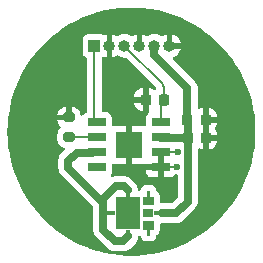
<source format=gtl>
%TF.GenerationSoftware,KiCad,Pcbnew,8.0.1*%
%TF.CreationDate,2024-09-25T11:56:53+02:00*%
%TF.ProjectId,dot_projector,646f745f-7072-46f6-9a65-63746f722e6b,rev?*%
%TF.SameCoordinates,Original*%
%TF.FileFunction,Copper,L1,Top*%
%TF.FilePolarity,Positive*%
%FSLAX46Y46*%
G04 Gerber Fmt 4.6, Leading zero omitted, Abs format (unit mm)*
G04 Created by KiCad (PCBNEW 8.0.1) date 2024-09-25 11:56:53*
%MOMM*%
%LPD*%
G01*
G04 APERTURE LIST*
G04 Aperture macros list*
%AMRoundRect*
0 Rectangle with rounded corners*
0 $1 Rounding radius*
0 $2 $3 $4 $5 $6 $7 $8 $9 X,Y pos of 4 corners*
0 Add a 4 corners polygon primitive as box body*
4,1,4,$2,$3,$4,$5,$6,$7,$8,$9,$2,$3,0*
0 Add four circle primitives for the rounded corners*
1,1,$1+$1,$2,$3*
1,1,$1+$1,$4,$5*
1,1,$1+$1,$6,$7*
1,1,$1+$1,$8,$9*
0 Add four rect primitives between the rounded corners*
20,1,$1+$1,$2,$3,$4,$5,0*
20,1,$1+$1,$4,$5,$6,$7,0*
20,1,$1+$1,$6,$7,$8,$9,0*
20,1,$1+$1,$8,$9,$2,$3,0*%
G04 Aperture macros list end*
%TA.AperFunction,SMDPad,CuDef*%
%ADD10R,0.750000X0.300000*%
%TD*%
%TA.AperFunction,SMDPad,CuDef*%
%ADD11R,2.050000X2.800000*%
%TD*%
%TA.AperFunction,SMDPad,CuDef*%
%ADD12R,0.350000X0.510000*%
%TD*%
%TA.AperFunction,SMDPad,CuDef*%
%ADD13R,0.300000X0.500000*%
%TD*%
%TA.AperFunction,SMDPad,CuDef*%
%ADD14R,0.950000X0.750000*%
%TD*%
%TA.AperFunction,SMDPad,CuDef*%
%ADD15R,0.520000X0.310000*%
%TD*%
%TA.AperFunction,SMDPad,CuDef*%
%ADD16RoundRect,0.200000X0.275000X-0.200000X0.275000X0.200000X-0.275000X0.200000X-0.275000X-0.200000X0*%
%TD*%
%TA.AperFunction,SMDPad,CuDef*%
%ADD17RoundRect,0.225000X-0.225000X-0.250000X0.225000X-0.250000X0.225000X0.250000X-0.225000X0.250000X0*%
%TD*%
%TA.AperFunction,ComponentPad*%
%ADD18R,1.000000X1.000000*%
%TD*%
%TA.AperFunction,ComponentPad*%
%ADD19O,1.000000X1.000000*%
%TD*%
%TA.AperFunction,SMDPad,CuDef*%
%ADD20R,1.500000X0.700000*%
%TD*%
%TA.AperFunction,SMDPad,CuDef*%
%ADD21R,2.290000X2.290000*%
%TD*%
%TA.AperFunction,ViaPad*%
%ADD22C,0.600000*%
%TD*%
%TA.AperFunction,Conductor*%
%ADD23C,0.200000*%
%TD*%
%TA.AperFunction,Conductor*%
%ADD24C,0.700000*%
%TD*%
G04 APERTURE END LIST*
%TA.AperFunction,EtchedComponent*%
%TO.C,LD1*%
G36*
X135125000Y-67460000D02*
G01*
X136075000Y-67460000D01*
X136075000Y-68210000D01*
X135125000Y-68210000D01*
X135125000Y-67460000D01*
G37*
%TD.AperFunction*%
%TA.AperFunction,EtchedComponent*%
G36*
X135125000Y-69510000D02*
G01*
X136075000Y-69510000D01*
X136075000Y-70260000D01*
X135125000Y-70260000D01*
X135125000Y-69510000D01*
G37*
%TD.AperFunction*%
%TA.AperFunction,EtchedComponent*%
G36*
X135460000Y-66960000D02*
G01*
X135760000Y-66960000D01*
X135760000Y-67460000D01*
X135460000Y-67460000D01*
X135460000Y-66960000D01*
G37*
%TD.AperFunction*%
%TA.AperFunction,EtchedComponent*%
G36*
X135460000Y-70260000D02*
G01*
X135760000Y-70260000D01*
X135760000Y-70760000D01*
X135460000Y-70760000D01*
X135460000Y-70260000D01*
G37*
%TD.AperFunction*%
%TD*%
D10*
%TO.P,LD1,1,K*%
%TO.N,/LDK*%
X132460000Y-68830000D03*
D11*
X133850000Y-68860000D03*
D12*
X133855000Y-67205000D03*
D13*
X133870000Y-70510000D03*
D14*
%TO.P,LD1,2,A*%
%TO.N,+5VA*%
X135600000Y-68860000D03*
D15*
X136330000Y-68855000D03*
%TD*%
D16*
%TO.P,R1,1*%
%TO.N,Net-(IC1-AGND1)*%
X128880000Y-62415000D03*
%TO.P,R1,2*%
%TO.N,GND*%
X128880000Y-60765000D03*
%TD*%
D17*
%TO.P,C3,1*%
%TO.N,GND*%
X135365000Y-59250000D03*
%TO.P,C3,2*%
%TO.N,VCI*%
X136915000Y-59250000D03*
%TD*%
%TO.P,C2,1*%
%TO.N,+5VA*%
X138915000Y-60960000D03*
%TO.P,C2,2*%
%TO.N,GND*%
X140465000Y-60960000D03*
%TD*%
D18*
%TO.P,J1,1,Pin_1*%
%TO.N,EN1*%
X131040000Y-54690000D03*
D19*
%TO.P,J1,2,Pin_2*%
%TO.N,GND*%
X132310000Y-54690000D03*
%TO.P,J1,3,Pin_3*%
%TO.N,VCI*%
X133580000Y-54690000D03*
%TO.P,J1,4,Pin_4*%
%TO.N,GND*%
X134850000Y-54690000D03*
%TO.P,J1,5,Pin_5*%
%TO.N,+5VA*%
X136120000Y-54690000D03*
%TO.P,J1,6,Pin_6*%
%TO.N,GND*%
X137390000Y-54690000D03*
%TD*%
D20*
%TO.P,IC1,1,EN1*%
%TO.N,EN1*%
X131240000Y-61185000D03*
%TO.P,IC1,2,AGND1*%
%TO.N,Net-(IC1-AGND1)*%
X131240000Y-62455000D03*
%TO.P,IC1,3,LDK*%
%TO.N,/LDK*%
X131240000Y-63725000D03*
%TO.P,IC1,4,AGND2*%
%TO.N,unconnected-(IC1-AGND2-Pad4)*%
X131240000Y-64995000D03*
%TO.P,IC1,5,EN2*%
%TO.N,GND*%
X136640000Y-64995000D03*
%TO.P,IC1,6,GND_1*%
X136640000Y-63725000D03*
%TO.P,IC1,7,VDD*%
%TO.N,+5VA*%
X136640000Y-62455000D03*
%TO.P,IC1,8,CI*%
%TO.N,VCI*%
X136640000Y-61185000D03*
D21*
%TO.P,IC1,9,GND_2*%
%TO.N,GND*%
X133940000Y-63090000D03*
%TD*%
D17*
%TO.P,C1,1*%
%TO.N,+5VA*%
X138920000Y-62480000D03*
%TO.P,C1,2*%
%TO.N,GND*%
X140470000Y-62480000D03*
%TD*%
D22*
%TO.N,GND*%
X138050000Y-64970000D03*
X138070000Y-63710000D03*
X134180000Y-52930000D03*
X127070000Y-65080000D03*
X129590000Y-58430000D03*
X141100000Y-64940000D03*
X137290000Y-66540000D03*
X134320000Y-65260000D03*
X132850000Y-59390000D03*
X134730000Y-57560000D03*
X132620000Y-56550000D03*
X139820000Y-55270000D03*
X142110000Y-58200000D03*
X142610000Y-62420000D03*
X141140000Y-67190000D03*
X137430000Y-70170000D03*
X129370000Y-69390000D03*
X127070000Y-67190000D03*
X125700000Y-63790000D03*
X125520000Y-60910000D03*
X126750000Y-57880000D03*
X128590000Y-55680000D03*
%TD*%
D23*
%TO.N,GND*%
X138025000Y-64995000D02*
X138050000Y-64970000D01*
X136640000Y-64995000D02*
X138025000Y-64995000D01*
X138055000Y-63725000D02*
X138070000Y-63710000D01*
X136640000Y-63725000D02*
X138055000Y-63725000D01*
D24*
%TO.N,+5VA*%
X136120000Y-54690000D02*
X136120000Y-55470000D01*
X136120000Y-55470000D02*
X138915000Y-58265000D01*
X138915000Y-58265000D02*
X138915000Y-60960000D01*
%TO.N,/LDK*%
X131240000Y-63725000D02*
X130840000Y-63725000D01*
X130840000Y-63725000D02*
X130835000Y-63730000D01*
X129530000Y-63730000D02*
X128820000Y-64440000D01*
X130835000Y-63730000D02*
X129530000Y-63730000D01*
X131790000Y-70250000D02*
X132750000Y-71210000D01*
X128820000Y-64440000D02*
X128820000Y-65000000D01*
X128820000Y-65000000D02*
X131790000Y-67970000D01*
X131790000Y-67970000D02*
X131790000Y-70250000D01*
X132750000Y-71210000D02*
X133480000Y-71210000D01*
X133480000Y-71210000D02*
X133880000Y-70810000D01*
X133855000Y-66905000D02*
X133540000Y-66590000D01*
X132840000Y-66590000D02*
X131625000Y-67805000D01*
X133540000Y-66590000D02*
X132840000Y-66590000D01*
%TO.N,+5VA*%
X137570000Y-68860000D02*
X136780000Y-68860000D01*
X137960000Y-68850000D02*
X137580000Y-68850000D01*
X137580000Y-68850000D02*
X137570000Y-68860000D01*
X138920000Y-62480000D02*
X138920000Y-67890000D01*
X138920000Y-67890000D02*
X137960000Y-68850000D01*
X138920000Y-62480000D02*
X136665000Y-62480000D01*
X136665000Y-62480000D02*
X136640000Y-62455000D01*
X138920000Y-62480000D02*
X138920000Y-60965000D01*
X138920000Y-60965000D02*
X138915000Y-60960000D01*
D23*
%TO.N,VCI*%
X136640000Y-61185000D02*
X136640000Y-59525000D01*
X136640000Y-59525000D02*
X136915000Y-59250000D01*
X136860000Y-57970000D02*
X136860000Y-58100000D01*
X136860000Y-58100000D02*
X136915000Y-58155000D01*
X133580000Y-54690000D02*
X136860000Y-57970000D01*
X136915000Y-58155000D02*
X136915000Y-59250000D01*
%TO.N,Net-(IC1-AGND1)*%
X131240000Y-62455000D02*
X128920000Y-62455000D01*
X128920000Y-62455000D02*
X128880000Y-62415000D01*
%TO.N,EN1*%
X131040000Y-54690000D02*
X131040000Y-60985000D01*
X131040000Y-60985000D02*
X131240000Y-61185000D01*
%TD*%
%TA.AperFunction,Conductor*%
%TO.N,GND*%
G36*
X132560000Y-55659159D02*
G01*
X132694534Y-55618349D01*
X132868259Y-55525492D01*
X132873320Y-55522111D01*
X132874444Y-55523793D01*
X132930203Y-55500086D01*
X132999075Y-55511851D01*
X133016186Y-55522843D01*
X133016399Y-55522526D01*
X133021457Y-55525906D01*
X133021462Y-55525910D01*
X133159594Y-55599743D01*
X133192524Y-55617345D01*
X133195273Y-55618814D01*
X133383868Y-55676024D01*
X133580000Y-55695341D01*
X133663745Y-55687092D01*
X133732389Y-55700110D01*
X133763579Y-55722814D01*
X136250527Y-58209762D01*
X136282621Y-58265352D01*
X136289429Y-58290762D01*
X136287765Y-58360612D01*
X136248602Y-58418474D01*
X136239885Y-58424716D01*
X136236952Y-58427035D01*
X136227324Y-58436663D01*
X136166000Y-58470146D01*
X136096308Y-58465159D01*
X136051965Y-58436660D01*
X136042732Y-58427427D01*
X136042728Y-58427424D01*
X135898492Y-58338457D01*
X135898481Y-58338452D01*
X135737606Y-58285144D01*
X135638322Y-58275000D01*
X135615000Y-58275000D01*
X135615000Y-60224999D01*
X135622847Y-60232846D01*
X135656332Y-60294169D01*
X135651348Y-60363861D01*
X135609478Y-60419793D01*
X135532452Y-60477455D01*
X135446206Y-60592664D01*
X135446202Y-60592671D01*
X135395908Y-60727517D01*
X135389501Y-60787116D01*
X135389501Y-60787123D01*
X135389500Y-60787135D01*
X135389500Y-61346331D01*
X135369815Y-61413370D01*
X135317011Y-61459125D01*
X135247853Y-61469069D01*
X135222167Y-61462513D01*
X135192380Y-61451403D01*
X135192372Y-61451401D01*
X135132844Y-61445000D01*
X134190000Y-61445000D01*
X134190000Y-64735000D01*
X135132828Y-64735000D01*
X135132844Y-64734999D01*
X135192372Y-64728598D01*
X135192376Y-64728597D01*
X135249702Y-64707216D01*
X135319394Y-64702232D01*
X135380717Y-64735716D01*
X135380717Y-64735717D01*
X135390000Y-64745000D01*
X136390000Y-64745000D01*
X136390000Y-63599000D01*
X136409685Y-63531961D01*
X136462489Y-63486206D01*
X136514000Y-63475000D01*
X136766000Y-63475000D01*
X136833039Y-63494685D01*
X136878794Y-63547489D01*
X136890000Y-63599000D01*
X136890000Y-65845000D01*
X137437828Y-65845000D01*
X137437844Y-65844999D01*
X137497372Y-65838598D01*
X137497379Y-65838596D01*
X137632086Y-65788354D01*
X137632093Y-65788350D01*
X137747187Y-65702190D01*
X137747190Y-65702187D01*
X137833350Y-65587093D01*
X137836668Y-65581018D01*
X137886074Y-65531613D01*
X137954347Y-65516762D01*
X138019811Y-65541179D01*
X138061682Y-65597113D01*
X138069500Y-65640446D01*
X138069500Y-67486349D01*
X138049815Y-67553388D01*
X138033181Y-67574030D01*
X137644030Y-67963181D01*
X137582707Y-67996666D01*
X137556349Y-67999500D01*
X137496232Y-67999500D01*
X137473783Y-68003965D01*
X137457938Y-68007117D01*
X137433748Y-68009500D01*
X136699500Y-68009500D01*
X136632461Y-67989815D01*
X136586706Y-67937011D01*
X136575500Y-67885500D01*
X136575500Y-67394110D01*
X136575500Y-67394108D01*
X136541392Y-67266814D01*
X136475500Y-67152686D01*
X136382314Y-67059500D01*
X136382312Y-67059499D01*
X136382310Y-67059497D01*
X136322500Y-67024966D01*
X136274284Y-66974399D01*
X136260500Y-66917579D01*
X136260500Y-66894110D01*
X136260500Y-66894108D01*
X136226392Y-66766814D01*
X136160500Y-66652686D01*
X136067314Y-66559500D01*
X135989424Y-66514530D01*
X135953187Y-66493608D01*
X135889539Y-66476554D01*
X135825892Y-66459500D01*
X135525892Y-66459500D01*
X135394108Y-66459500D01*
X135266812Y-66493608D01*
X135152686Y-66559500D01*
X135152683Y-66559502D01*
X135059502Y-66652683D01*
X135059500Y-66652686D01*
X134993608Y-66766812D01*
X134966605Y-66867593D01*
X134930240Y-66927254D01*
X134867393Y-66957783D01*
X134846830Y-66959500D01*
X134829499Y-66959500D01*
X134762460Y-66939815D01*
X134716705Y-66887011D01*
X134705499Y-66835500D01*
X134705499Y-66821232D01*
X134705498Y-66821228D01*
X134672816Y-66656924D01*
X134672815Y-66656918D01*
X134672812Y-66656911D01*
X134672811Y-66656907D01*
X134608706Y-66502142D01*
X134608705Y-66502140D01*
X134608704Y-66502137D01*
X134515626Y-66362838D01*
X134515622Y-66362834D01*
X134515620Y-66362831D01*
X134515619Y-66362830D01*
X134082165Y-65929375D01*
X134082161Y-65929372D01*
X133942866Y-65836297D01*
X133942863Y-65836296D01*
X133833416Y-65790962D01*
X133833414Y-65790961D01*
X133788086Y-65772185D01*
X133788074Y-65772182D01*
X133623771Y-65739500D01*
X133623767Y-65739500D01*
X132756233Y-65739500D01*
X132756228Y-65739500D01*
X132591925Y-65772182D01*
X132591914Y-65772185D01*
X132579746Y-65777225D01*
X132510276Y-65784691D01*
X132447798Y-65753413D01*
X132412148Y-65693323D01*
X132414645Y-65623498D01*
X132433035Y-65588347D01*
X132433796Y-65587331D01*
X132484091Y-65452483D01*
X132490500Y-65392873D01*
X132490500Y-65245000D01*
X135390000Y-65245000D01*
X135390000Y-65392844D01*
X135396401Y-65452372D01*
X135396403Y-65452379D01*
X135446645Y-65587086D01*
X135446649Y-65587093D01*
X135532809Y-65702187D01*
X135532812Y-65702190D01*
X135647906Y-65788350D01*
X135647913Y-65788354D01*
X135782620Y-65838596D01*
X135782627Y-65838598D01*
X135842155Y-65844999D01*
X135842172Y-65845000D01*
X136390000Y-65845000D01*
X136390000Y-65245000D01*
X135390000Y-65245000D01*
X132490500Y-65245000D01*
X132490499Y-64833666D01*
X132510183Y-64766629D01*
X132562987Y-64720874D01*
X132632146Y-64710930D01*
X132657833Y-64717487D01*
X132687616Y-64728595D01*
X132687627Y-64728598D01*
X132747155Y-64734999D01*
X132747172Y-64735000D01*
X133690000Y-64735000D01*
X133690000Y-61445000D01*
X132747155Y-61445000D01*
X132687627Y-61451401D01*
X132687616Y-61451404D01*
X132657831Y-61462513D01*
X132588139Y-61467497D01*
X132526816Y-61434011D01*
X132493332Y-61372687D01*
X132490499Y-61346337D01*
X132490499Y-60787128D01*
X132484091Y-60727517D01*
X132462539Y-60669734D01*
X132433797Y-60592671D01*
X132433793Y-60592664D01*
X132347547Y-60477455D01*
X132347544Y-60477452D01*
X132232335Y-60391206D01*
X132232328Y-60391202D01*
X132097482Y-60340908D01*
X132097483Y-60340908D01*
X132037883Y-60334501D01*
X132037881Y-60334500D01*
X132037873Y-60334500D01*
X132037865Y-60334500D01*
X131764500Y-60334500D01*
X131697461Y-60314815D01*
X131651706Y-60262011D01*
X131640500Y-60210500D01*
X131640500Y-59500000D01*
X134415001Y-59500000D01*
X134415001Y-59548322D01*
X134425144Y-59647607D01*
X134478452Y-59808481D01*
X134478457Y-59808492D01*
X134567424Y-59952728D01*
X134567427Y-59952732D01*
X134687267Y-60072572D01*
X134687271Y-60072575D01*
X134831507Y-60161542D01*
X134831518Y-60161547D01*
X134992393Y-60214855D01*
X135091683Y-60224999D01*
X135115000Y-60224998D01*
X135115000Y-59500000D01*
X134415001Y-59500000D01*
X131640500Y-59500000D01*
X131640500Y-59000000D01*
X134415000Y-59000000D01*
X135115000Y-59000000D01*
X135115000Y-58274999D01*
X135091693Y-58275000D01*
X135091674Y-58275001D01*
X134992392Y-58285144D01*
X134831518Y-58338452D01*
X134831507Y-58338457D01*
X134687271Y-58427424D01*
X134687267Y-58427427D01*
X134567427Y-58547267D01*
X134567424Y-58547271D01*
X134478457Y-58691507D01*
X134478452Y-58691518D01*
X134425144Y-58852393D01*
X134415000Y-58951677D01*
X134415000Y-59000000D01*
X131640500Y-59000000D01*
X131640500Y-55772790D01*
X131660185Y-55705751D01*
X131712989Y-55659996D01*
X131721146Y-55656616D01*
X131782331Y-55633796D01*
X131790822Y-55627439D01*
X131856284Y-55603021D01*
X131919628Y-55616502D01*
X131919830Y-55616016D01*
X131922461Y-55617105D01*
X131923585Y-55617345D01*
X131925462Y-55618348D01*
X132060000Y-55659159D01*
X132060000Y-54899618D01*
X132110446Y-54950064D01*
X132184555Y-54992851D01*
X132267213Y-55015000D01*
X132352787Y-55015000D01*
X132435445Y-54992851D01*
X132509554Y-54950064D01*
X132560000Y-54899618D01*
X132560000Y-55659159D01*
G37*
%TD.AperFunction*%
%TA.AperFunction,Conductor*%
G36*
X134497143Y-51465715D02*
G01*
X135134965Y-51505054D01*
X135142566Y-51505758D01*
X135776750Y-51584288D01*
X135784269Y-51585454D01*
X136412457Y-51702883D01*
X136419879Y-51704508D01*
X137039637Y-51860384D01*
X137046944Y-51862463D01*
X137655926Y-52056194D01*
X137663106Y-52058724D01*
X138259020Y-52289582D01*
X138266007Y-52292540D01*
X138846561Y-52559637D01*
X138853382Y-52563033D01*
X139416389Y-52865361D01*
X139423003Y-52869180D01*
X139966316Y-53205586D01*
X139972682Y-53209805D01*
X140494236Y-53579005D01*
X140500328Y-53583604D01*
X140952755Y-53947671D01*
X140998197Y-53984238D01*
X141003996Y-53989207D01*
X141476228Y-54419704D01*
X141481711Y-54425020D01*
X141926578Y-54883805D01*
X141931711Y-54889436D01*
X142347469Y-55374713D01*
X142352257Y-55380662D01*
X142737356Y-55890614D01*
X142741765Y-55896843D01*
X142947493Y-56207317D01*
X143094747Y-56429544D01*
X143098767Y-56436037D01*
X143418280Y-56989450D01*
X143421892Y-56996176D01*
X143706739Y-57568228D01*
X143709915Y-57575131D01*
X143959001Y-58163620D01*
X143961760Y-58170741D01*
X144174146Y-58773449D01*
X144176461Y-58780727D01*
X144351336Y-59395348D01*
X144353199Y-59402754D01*
X144489906Y-60026979D01*
X144491310Y-60034486D01*
X144589334Y-60665968D01*
X144590272Y-60673548D01*
X144649233Y-61309839D01*
X144649703Y-61317461D01*
X144669382Y-61956181D01*
X144669382Y-61963819D01*
X144649703Y-62602538D01*
X144649233Y-62610160D01*
X144590272Y-63246451D01*
X144589334Y-63254031D01*
X144491310Y-63885513D01*
X144489906Y-63893020D01*
X144353199Y-64517245D01*
X144351336Y-64524651D01*
X144176461Y-65139272D01*
X144174146Y-65146550D01*
X143961760Y-65749258D01*
X143959001Y-65756379D01*
X143709920Y-66344857D01*
X143706733Y-66351784D01*
X143582036Y-66602211D01*
X143421893Y-66923821D01*
X143418280Y-66930549D01*
X143098767Y-67483962D01*
X143094747Y-67490455D01*
X142741769Y-68023151D01*
X142737356Y-68029385D01*
X142352257Y-68539337D01*
X142347469Y-68545286D01*
X141931711Y-69030563D01*
X141926566Y-69036208D01*
X141481711Y-69494979D01*
X141476228Y-69500295D01*
X141003996Y-69930792D01*
X140998197Y-69935761D01*
X140500331Y-70336392D01*
X140494236Y-70340994D01*
X139972682Y-70710194D01*
X139966316Y-70714413D01*
X139423003Y-71050819D01*
X139416389Y-71054638D01*
X138853390Y-71356962D01*
X138846553Y-71360366D01*
X138266030Y-71627449D01*
X138258997Y-71630426D01*
X137663117Y-71861271D01*
X137655914Y-71863809D01*
X137046964Y-72057530D01*
X137039618Y-72059620D01*
X136419898Y-72215486D01*
X136412438Y-72217120D01*
X135784283Y-72334542D01*
X135776736Y-72335713D01*
X135142568Y-72414240D01*
X135134964Y-72414945D01*
X134533588Y-72452037D01*
X134497142Y-72454285D01*
X134489510Y-72454520D01*
X133850490Y-72454520D01*
X133842857Y-72454285D01*
X133803792Y-72451875D01*
X133205035Y-72414945D01*
X133197431Y-72414240D01*
X132563263Y-72335713D01*
X132555716Y-72334542D01*
X131927561Y-72217120D01*
X131920101Y-72215486D01*
X131300381Y-72059620D01*
X131293035Y-72057530D01*
X130684085Y-71863809D01*
X130676882Y-71861271D01*
X130378942Y-71745848D01*
X130080995Y-71630423D01*
X130073976Y-71627452D01*
X129493446Y-71360366D01*
X129486609Y-71356962D01*
X128923610Y-71054638D01*
X128916996Y-71050819D01*
X128373683Y-70714413D01*
X128367317Y-70710194D01*
X127845763Y-70340994D01*
X127839668Y-70336392D01*
X127341802Y-69935761D01*
X127336003Y-69930792D01*
X126863771Y-69500295D01*
X126858288Y-69494979D01*
X126723047Y-69355507D01*
X126413419Y-69036193D01*
X126408288Y-69030563D01*
X125992530Y-68545286D01*
X125987742Y-68539337D01*
X125793638Y-68282302D01*
X125602635Y-68029374D01*
X125598238Y-68023162D01*
X125245240Y-67490436D01*
X125241244Y-67483981D01*
X124921719Y-66930549D01*
X124918113Y-66923835D01*
X124633253Y-66351757D01*
X124630091Y-66344883D01*
X124380990Y-65756358D01*
X124378247Y-65749279D01*
X124165853Y-65146550D01*
X124163538Y-65139272D01*
X124048717Y-64735717D01*
X123988657Y-64524627D01*
X123986805Y-64517268D01*
X123850090Y-63893004D01*
X123848692Y-63885530D01*
X123750663Y-63254017D01*
X123749727Y-63246451D01*
X123743822Y-63182728D01*
X123696460Y-62671613D01*
X127904500Y-62671613D01*
X127910913Y-62742192D01*
X127961522Y-62904606D01*
X128049530Y-63050188D01*
X128169811Y-63170469D01*
X128169813Y-63170470D01*
X128169815Y-63170472D01*
X128315394Y-63258478D01*
X128477804Y-63309086D01*
X128477808Y-63309086D01*
X128484068Y-63311037D01*
X128483533Y-63312753D01*
X128537645Y-63341049D01*
X128572227Y-63401759D01*
X128568498Y-63471529D01*
X128539236Y-63517974D01*
X128159375Y-63897834D01*
X128159372Y-63897838D01*
X128066299Y-64037130D01*
X128066292Y-64037143D01*
X128021825Y-64144500D01*
X128002184Y-64191916D01*
X128002181Y-64191925D01*
X127969500Y-64356228D01*
X127969500Y-65083771D01*
X128002181Y-65248073D01*
X128002184Y-65248082D01*
X128066296Y-65402863D01*
X128066297Y-65402866D01*
X128159372Y-65542161D01*
X128159375Y-65542165D01*
X130903181Y-68285969D01*
X130936666Y-68347292D01*
X130939500Y-68373650D01*
X130939500Y-70333767D01*
X130946205Y-70367481D01*
X130972182Y-70498074D01*
X130972184Y-70498082D01*
X131036296Y-70652863D01*
X131036297Y-70652866D01*
X131129372Y-70792161D01*
X131129375Y-70792165D01*
X132207834Y-71870624D01*
X132207838Y-71870627D01*
X132347137Y-71963704D01*
X132347139Y-71963705D01*
X132347143Y-71963707D01*
X132429222Y-71997703D01*
X132456584Y-72009037D01*
X132501918Y-72027816D01*
X132651302Y-72057530D01*
X132666228Y-72060499D01*
X132666232Y-72060500D01*
X132666233Y-72060500D01*
X133563768Y-72060500D01*
X133563769Y-72060499D01*
X133618538Y-72049605D01*
X133728074Y-72027818D01*
X133728078Y-72027816D01*
X133728082Y-72027816D01*
X133773415Y-72009037D01*
X133882863Y-71963704D01*
X134022162Y-71870627D01*
X134540626Y-71352162D01*
X134633703Y-71212863D01*
X134697815Y-71058082D01*
X134718680Y-70953186D01*
X134731688Y-70887792D01*
X134733856Y-70888223D01*
X134756271Y-70832653D01*
X134813290Y-70792272D01*
X134883089Y-70789129D01*
X134943507Y-70824220D01*
X134973318Y-70877463D01*
X134993608Y-70953187D01*
X135026554Y-71010250D01*
X135059500Y-71067314D01*
X135152686Y-71160500D01*
X135266814Y-71226392D01*
X135394108Y-71260500D01*
X135394110Y-71260500D01*
X135825890Y-71260500D01*
X135825892Y-71260500D01*
X135953186Y-71226392D01*
X136067314Y-71160500D01*
X136160500Y-71067314D01*
X136226392Y-70953186D01*
X136260500Y-70825892D01*
X136260500Y-70802420D01*
X136280185Y-70735381D01*
X136322497Y-70695034D01*
X136382314Y-70660500D01*
X136475500Y-70567314D01*
X136541392Y-70453186D01*
X136575500Y-70325892D01*
X136575500Y-69834500D01*
X136595185Y-69767461D01*
X136647989Y-69721706D01*
X136699500Y-69710500D01*
X137653768Y-69710500D01*
X137653768Y-69710499D01*
X137692061Y-69702882D01*
X137716252Y-69700500D01*
X138043768Y-69700500D01*
X138043769Y-69700499D01*
X138114231Y-69686484D01*
X138208074Y-69667818D01*
X138208078Y-69667816D01*
X138208082Y-69667816D01*
X138253415Y-69649037D01*
X138362863Y-69603704D01*
X138502162Y-69510627D01*
X139580627Y-68432162D01*
X139673704Y-68292863D01*
X139719035Y-68183418D01*
X139719037Y-68183417D01*
X139737815Y-68138084D01*
X139737818Y-68138074D01*
X139770499Y-67973771D01*
X139770500Y-67973768D01*
X139770500Y-63508254D01*
X139790185Y-63441215D01*
X139842989Y-63395460D01*
X139912147Y-63385516D01*
X139933504Y-63390548D01*
X140097393Y-63444855D01*
X140196683Y-63454999D01*
X140220000Y-63454998D01*
X140220000Y-62730000D01*
X140720000Y-62730000D01*
X140720000Y-63454999D01*
X140743308Y-63454999D01*
X140743322Y-63454998D01*
X140842607Y-63444855D01*
X141003481Y-63391547D01*
X141003492Y-63391542D01*
X141147728Y-63302575D01*
X141147732Y-63302572D01*
X141267572Y-63182732D01*
X141267575Y-63182728D01*
X141356542Y-63038492D01*
X141356547Y-63038481D01*
X141409855Y-62877606D01*
X141419999Y-62778322D01*
X141420000Y-62778309D01*
X141420000Y-62730000D01*
X140720000Y-62730000D01*
X140220000Y-62730000D01*
X140220000Y-61951962D01*
X140217834Y-61947996D01*
X140215000Y-61921638D01*
X140215000Y-61210000D01*
X140715000Y-61210000D01*
X140715000Y-61488037D01*
X140717166Y-61492004D01*
X140720000Y-61518362D01*
X140720000Y-62230000D01*
X141419999Y-62230000D01*
X141419999Y-62181692D01*
X141419998Y-62181677D01*
X141409855Y-62082392D01*
X141356547Y-61921518D01*
X141356542Y-61921507D01*
X141269902Y-61781043D01*
X141251461Y-61713651D01*
X141269902Y-61650848D01*
X141351544Y-61518488D01*
X141351547Y-61518481D01*
X141404855Y-61357606D01*
X141414999Y-61258322D01*
X141415000Y-61258309D01*
X141415000Y-61210000D01*
X140715000Y-61210000D01*
X140215000Y-61210000D01*
X140215000Y-59985000D01*
X140715000Y-59985000D01*
X140715000Y-60710000D01*
X141414999Y-60710000D01*
X141414999Y-60661692D01*
X141414998Y-60661677D01*
X141404855Y-60562392D01*
X141351547Y-60401518D01*
X141351542Y-60401507D01*
X141262575Y-60257271D01*
X141262572Y-60257267D01*
X141142732Y-60137427D01*
X141142728Y-60137424D01*
X140998492Y-60048457D01*
X140998481Y-60048452D01*
X140837606Y-59995144D01*
X140738322Y-59985000D01*
X140715000Y-59985000D01*
X140215000Y-59985000D01*
X140215000Y-59984999D01*
X140191693Y-59985000D01*
X140191674Y-59985001D01*
X140092392Y-59995144D01*
X139928504Y-60049451D01*
X139858675Y-60051853D01*
X139798633Y-60016121D01*
X139767441Y-59953600D01*
X139765500Y-59931745D01*
X139765500Y-58181232D01*
X139765499Y-58181228D01*
X139761997Y-58163620D01*
X139732816Y-58016918D01*
X139694003Y-57923216D01*
X139668704Y-57862137D01*
X139668703Y-57862135D01*
X139668702Y-57862133D01*
X139575627Y-57722838D01*
X139575624Y-57722834D01*
X137688039Y-55835250D01*
X137654554Y-55773927D01*
X137659538Y-55704235D01*
X137701410Y-55648302D01*
X137739727Y-55628908D01*
X137774537Y-55618349D01*
X137948253Y-55525496D01*
X137948260Y-55525492D01*
X138100528Y-55400528D01*
X138225492Y-55248260D01*
X138225496Y-55248253D01*
X138318347Y-55074541D01*
X138359160Y-54940000D01*
X137599618Y-54940000D01*
X137650064Y-54889554D01*
X137692851Y-54815445D01*
X137715000Y-54732787D01*
X137715000Y-54647213D01*
X137692851Y-54564555D01*
X137650064Y-54490446D01*
X137589554Y-54429936D01*
X137515445Y-54387149D01*
X137432787Y-54365000D01*
X137347213Y-54365000D01*
X137264555Y-54387149D01*
X137190446Y-54429936D01*
X137140000Y-54480382D01*
X137140000Y-53720839D01*
X137640000Y-53720839D01*
X137640000Y-54440000D01*
X138359160Y-54440000D01*
X138359160Y-54439999D01*
X138318347Y-54305458D01*
X138225496Y-54131746D01*
X138225492Y-54131739D01*
X138100528Y-53979471D01*
X137948260Y-53854507D01*
X137948253Y-53854503D01*
X137774541Y-53761652D01*
X137640000Y-53720839D01*
X137140000Y-53720839D01*
X137139999Y-53720839D01*
X137005458Y-53761652D01*
X136831742Y-53854505D01*
X136826673Y-53857893D01*
X136825556Y-53856221D01*
X136769715Y-53879921D01*
X136700851Y-53868111D01*
X136683811Y-53857158D01*
X136683601Y-53857473D01*
X136678532Y-53854086D01*
X136504733Y-53761188D01*
X136504727Y-53761186D01*
X136316132Y-53703976D01*
X136316129Y-53703975D01*
X136120000Y-53684659D01*
X135923870Y-53703975D01*
X135735266Y-53761188D01*
X135561467Y-53854086D01*
X135556399Y-53857473D01*
X135555386Y-53855958D01*
X135498936Y-53879920D01*
X135430071Y-53868115D01*
X135413574Y-53857511D01*
X135413322Y-53857890D01*
X135408253Y-53854503D01*
X135234541Y-53761652D01*
X135100000Y-53720839D01*
X135100000Y-54480382D01*
X135049554Y-54429936D01*
X134975445Y-54387149D01*
X134892787Y-54365000D01*
X134807213Y-54365000D01*
X134724555Y-54387149D01*
X134650446Y-54429936D01*
X134600000Y-54480382D01*
X134600000Y-53720839D01*
X134599999Y-53720839D01*
X134465458Y-53761652D01*
X134291742Y-53854505D01*
X134286673Y-53857893D01*
X134285556Y-53856221D01*
X134229715Y-53879921D01*
X134160851Y-53868111D01*
X134143811Y-53857158D01*
X134143601Y-53857473D01*
X134138532Y-53854086D01*
X133964733Y-53761188D01*
X133964727Y-53761186D01*
X133776132Y-53703976D01*
X133776129Y-53703975D01*
X133580000Y-53684659D01*
X133383870Y-53703975D01*
X133195266Y-53761188D01*
X133021467Y-53854086D01*
X133016399Y-53857473D01*
X133015386Y-53855958D01*
X132958936Y-53879920D01*
X132890071Y-53868115D01*
X132873574Y-53857511D01*
X132873322Y-53857890D01*
X132868253Y-53854503D01*
X132694541Y-53761652D01*
X132560000Y-53720839D01*
X132560000Y-54480382D01*
X132509554Y-54429936D01*
X132435445Y-54387149D01*
X132352787Y-54365000D01*
X132267213Y-54365000D01*
X132184555Y-54387149D01*
X132110446Y-54429936D01*
X132060000Y-54480382D01*
X132060000Y-53720839D01*
X132059999Y-53720839D01*
X131925464Y-53761650D01*
X131923586Y-53762655D01*
X131922486Y-53762883D01*
X131919838Y-53763981D01*
X131919629Y-53763478D01*
X131855183Y-53776895D01*
X131790824Y-53752561D01*
X131782335Y-53746206D01*
X131782328Y-53746202D01*
X131647482Y-53695908D01*
X131647483Y-53695908D01*
X131587883Y-53689501D01*
X131587881Y-53689500D01*
X131587873Y-53689500D01*
X131587864Y-53689500D01*
X130492129Y-53689500D01*
X130492123Y-53689501D01*
X130432516Y-53695908D01*
X130297671Y-53746202D01*
X130297664Y-53746206D01*
X130182455Y-53832452D01*
X130182452Y-53832455D01*
X130096206Y-53947664D01*
X130096202Y-53947671D01*
X130045908Y-54082517D01*
X130039501Y-54142116D01*
X130039500Y-54142135D01*
X130039500Y-55237870D01*
X130039501Y-55237876D01*
X130045908Y-55297483D01*
X130096202Y-55432328D01*
X130096206Y-55432335D01*
X130182452Y-55547544D01*
X130182455Y-55547547D01*
X130297664Y-55633793D01*
X130297669Y-55633796D01*
X130358833Y-55656608D01*
X130414766Y-55698478D01*
X130439184Y-55763942D01*
X130439500Y-55772790D01*
X130439500Y-60233560D01*
X130419815Y-60300599D01*
X130367011Y-60346354D01*
X130358833Y-60349742D01*
X130247671Y-60391202D01*
X130247664Y-60391206D01*
X130132455Y-60477452D01*
X130076055Y-60552792D01*
X130020121Y-60594663D01*
X129950429Y-60599646D01*
X129889106Y-60566160D01*
X129855622Y-60504836D01*
X129853298Y-60489699D01*
X129848591Y-60437897D01*
X129848590Y-60437892D01*
X129798018Y-60275603D01*
X129710072Y-60130122D01*
X129589877Y-60009927D01*
X129444395Y-59921980D01*
X129444396Y-59921980D01*
X129282105Y-59871409D01*
X129282106Y-59871409D01*
X129211572Y-59865000D01*
X129130000Y-59865000D01*
X129130000Y-60891000D01*
X129110315Y-60958039D01*
X129057511Y-61003794D01*
X129006000Y-61015000D01*
X127905001Y-61015000D01*
X127905001Y-61021582D01*
X127911408Y-61092102D01*
X127911409Y-61092107D01*
X127961981Y-61254396D01*
X128049927Y-61399877D01*
X128152015Y-61501965D01*
X128185500Y-61563288D01*
X128180516Y-61632980D01*
X128152015Y-61677327D01*
X128049531Y-61779810D01*
X128049530Y-61779811D01*
X127961522Y-61925393D01*
X127910913Y-62087807D01*
X127904500Y-62158386D01*
X127904500Y-62671613D01*
X123696460Y-62671613D01*
X123690765Y-62610153D01*
X123690296Y-62602538D01*
X123670617Y-61963797D01*
X123670617Y-61956202D01*
X123690296Y-61317451D01*
X123690766Y-61309839D01*
X123692510Y-61291022D01*
X123749729Y-60673529D01*
X123750662Y-60665986D01*
X123774099Y-60515000D01*
X127905000Y-60515000D01*
X128630000Y-60515000D01*
X128630000Y-59865000D01*
X128629999Y-59864999D01*
X128548417Y-59865000D01*
X128477897Y-59871408D01*
X128477892Y-59871409D01*
X128315603Y-59921981D01*
X128170122Y-60009927D01*
X128049927Y-60130122D01*
X127961980Y-60275604D01*
X127911409Y-60437893D01*
X127905000Y-60508427D01*
X127905000Y-60515000D01*
X123774099Y-60515000D01*
X123848693Y-60034463D01*
X123850088Y-60027001D01*
X123986807Y-59402723D01*
X123988655Y-59395379D01*
X124163540Y-58780719D01*
X124165853Y-58773449D01*
X124378251Y-58170709D01*
X124380985Y-58163652D01*
X124630096Y-57575104D01*
X124633247Y-57568254D01*
X124918120Y-56996151D01*
X124921711Y-56989464D01*
X125241252Y-56436003D01*
X125245231Y-56429577D01*
X125598248Y-55896821D01*
X125602624Y-55890640D01*
X125987746Y-55380656D01*
X125992530Y-55374713D01*
X126181819Y-55153773D01*
X126408302Y-54889420D01*
X126413404Y-54883822D01*
X126858304Y-54425003D01*
X126863753Y-54419721D01*
X127336019Y-53989193D01*
X127341785Y-53984252D01*
X127839687Y-53583592D01*
X127845744Y-53579018D01*
X128367329Y-53209796D01*
X128373671Y-53205593D01*
X128917015Y-52869169D01*
X128923592Y-52865371D01*
X129486629Y-52563026D01*
X129493425Y-52559643D01*
X130074004Y-52292535D01*
X130080967Y-52289587D01*
X130676903Y-52058720D01*
X130684062Y-52056197D01*
X131293063Y-51862460D01*
X131300353Y-51860386D01*
X131920127Y-51704507D01*
X131927535Y-51702884D01*
X132555735Y-51585453D01*
X132563244Y-51584288D01*
X133197436Y-51505758D01*
X133205031Y-51505054D01*
X133842857Y-51465715D01*
X133850490Y-51465480D01*
X134489510Y-51465480D01*
X134497143Y-51465715D01*
G37*
%TD.AperFunction*%
%TD*%
M02*

</source>
